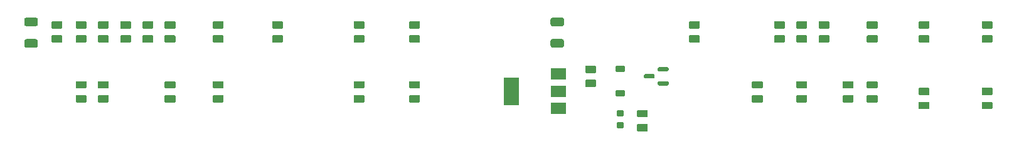
<source format=gtp>
G75*
G70*
%OFA0B0*%
%FSLAX25Y25*%
%IPPOS*%
%LPD*%
%AMOC8*
5,1,8,0,0,1.08239X$1,22.5*
%
%ADD18R,0.07874X0.05906*%
%ADD19R,0.07874X0.14961*%
X0000000Y0000000D02*
%LPD*%
G01*
G36*
G01*
X0121555Y0494292D02*
X0116633Y0494292D01*
G75*
G02*
X0116240Y0494686I0000000J0000394D01*
G01*
X0116240Y0497835D01*
G75*
G02*
X0116633Y0498229I0000394J0000000D01*
G01*
X0121555Y0498229D01*
G75*
G02*
X0121948Y0497835I0000000J-000394D01*
G01*
X0121948Y0494686D01*
G75*
G02*
X0121555Y0494292I-000394J0000000D01*
G01*
G37*
G36*
G01*
X0121555Y0501772D02*
X0116633Y0501772D01*
G75*
G02*
X0116240Y0502166I0000000J0000394D01*
G01*
X0116240Y0505316D01*
G75*
G02*
X0116633Y0505709I0000394J0000000D01*
G01*
X0121555Y0505709D01*
G75*
G02*
X0121948Y0505316I0000000J-000394D01*
G01*
X0121948Y0502166D01*
G75*
G02*
X0121555Y0501772I-000394J0000000D01*
G01*
G37*
G36*
G01*
X0097933Y0494292D02*
X0093011Y0494292D01*
G75*
G02*
X0092618Y0494686I0000000J0000394D01*
G01*
X0092618Y0497835D01*
G75*
G02*
X0093011Y0498229I0000394J0000000D01*
G01*
X0097933Y0498229D01*
G75*
G02*
X0098326Y0497835I0000000J-000394D01*
G01*
X0098326Y0494686D01*
G75*
G02*
X0097933Y0494292I-000394J0000000D01*
G01*
G37*
G36*
G01*
X0097933Y0501772D02*
X0093011Y0501772D01*
G75*
G02*
X0092618Y0502166I0000000J0000394D01*
G01*
X0092618Y0505316D01*
G75*
G02*
X0093011Y0505709I0000394J0000000D01*
G01*
X0097933Y0505709D01*
G75*
G02*
X0098326Y0505316I0000000J-000394D01*
G01*
X0098326Y0502166D01*
G75*
G02*
X0097933Y0501772I-000394J0000000D01*
G01*
G37*
G36*
G01*
X0468996Y0494292D02*
X0464074Y0494292D01*
G75*
G02*
X0463681Y0494686I0000000J0000394D01*
G01*
X0463681Y0497835D01*
G75*
G02*
X0464074Y0498229I0000394J0000000D01*
G01*
X0468996Y0498229D01*
G75*
G02*
X0469389Y0497835I0000000J-000394D01*
G01*
X0469389Y0494686D01*
G75*
G02*
X0468996Y0494292I-000394J0000000D01*
G01*
G37*
G36*
G01*
X0468996Y0501772D02*
X0464074Y0501772D01*
G75*
G02*
X0463681Y0502166I0000000J0000394D01*
G01*
X0463681Y0505316D01*
G75*
G02*
X0464074Y0505709I0000394J0000000D01*
G01*
X0468996Y0505709D01*
G75*
G02*
X0469389Y0505316I0000000J-000394D01*
G01*
X0469389Y0502166D01*
G75*
G02*
X0468996Y0501772I-000394J0000000D01*
G01*
G37*
G36*
G01*
X0457185Y0494292D02*
X0452263Y0494292D01*
G75*
G02*
X0451870Y0494686I0000000J0000394D01*
G01*
X0451870Y0497835D01*
G75*
G02*
X0452263Y0498229I0000394J0000000D01*
G01*
X0457185Y0498229D01*
G75*
G02*
X0457578Y0497835I0000000J-000394D01*
G01*
X0457578Y0494686D01*
G75*
G02*
X0457185Y0494292I-000394J0000000D01*
G01*
G37*
G36*
G01*
X0457185Y0501772D02*
X0452263Y0501772D01*
G75*
G02*
X0451870Y0502166I0000000J0000394D01*
G01*
X0451870Y0505316D01*
G75*
G02*
X0452263Y0505709I0000394J0000000D01*
G01*
X0457185Y0505709D01*
G75*
G02*
X0457578Y0505316I0000000J-000394D01*
G01*
X0457578Y0502166D01*
G75*
G02*
X0457185Y0501772I-000394J0000000D01*
G01*
G37*
G36*
G01*
X0190452Y0494292D02*
X0185531Y0494292D01*
G75*
G02*
X0185137Y0494686I0000000J0000394D01*
G01*
X0185137Y0497835D01*
G75*
G02*
X0185531Y0498229I0000394J0000000D01*
G01*
X0190452Y0498229D01*
G75*
G02*
X0190846Y0497835I0000000J-000394D01*
G01*
X0190846Y0494686D01*
G75*
G02*
X0190452Y0494292I-000394J0000000D01*
G01*
G37*
G36*
G01*
X0190452Y0501772D02*
X0185531Y0501772D01*
G75*
G02*
X0185137Y0502166I0000000J0000394D01*
G01*
X0185137Y0505316D01*
G75*
G02*
X0185531Y0505709I0000394J0000000D01*
G01*
X0190452Y0505709D01*
G75*
G02*
X0190846Y0505316I0000000J-000394D01*
G01*
X0190846Y0502166D01*
G75*
G02*
X0190452Y0501772I-000394J0000000D01*
G01*
G37*
G36*
G01*
X0493602Y0462422D02*
X0488681Y0462422D01*
G75*
G02*
X0488287Y0462815I0000000J0000394D01*
G01*
X0488287Y0465965D01*
G75*
G02*
X0488681Y0466359I0000394J0000000D01*
G01*
X0493602Y0466359D01*
G75*
G02*
X0493996Y0465965I0000000J-000394D01*
G01*
X0493996Y0462815D01*
G75*
G02*
X0493602Y0462422I-000394J0000000D01*
G01*
G37*
G36*
G01*
X0493602Y0469902D02*
X0488681Y0469902D01*
G75*
G02*
X0488287Y0470296I0000000J0000394D01*
G01*
X0488287Y0473445D01*
G75*
G02*
X0488681Y0473839I0000394J0000000D01*
G01*
X0493602Y0473839D01*
G75*
G02*
X0493996Y0473445I0000000J-000394D01*
G01*
X0493996Y0470296D01*
G75*
G02*
X0493602Y0469902I-000394J0000000D01*
G01*
G37*
G36*
G01*
X0158956Y0462422D02*
X0154035Y0462422D01*
G75*
G02*
X0153641Y0462815I0000000J0000394D01*
G01*
X0153641Y0465965D01*
G75*
G02*
X0154035Y0466359I0000394J0000000D01*
G01*
X0158956Y0466359D01*
G75*
G02*
X0159350Y0465965I0000000J-000394D01*
G01*
X0159350Y0462815D01*
G75*
G02*
X0158956Y0462422I-000394J0000000D01*
G01*
G37*
G36*
G01*
X0158956Y0469902D02*
X0154035Y0469902D01*
G75*
G02*
X0153641Y0470296I0000000J0000394D01*
G01*
X0153641Y0473445D01*
G75*
G02*
X0154035Y0473839I0000394J0000000D01*
G01*
X0158956Y0473839D01*
G75*
G02*
X0159350Y0473445I0000000J-000394D01*
G01*
X0159350Y0470296D01*
G75*
G02*
X0158956Y0469902I-000394J0000000D01*
G01*
G37*
G36*
G01*
X0533956Y0458859D02*
X0529035Y0458859D01*
G75*
G02*
X0528641Y0459252I0000000J0000394D01*
G01*
X0528641Y0462402D01*
G75*
G02*
X0529035Y0462796I0000394J0000000D01*
G01*
X0533956Y0462796D01*
G75*
G02*
X0534350Y0462402I0000000J-000394D01*
G01*
X0534350Y0459252D01*
G75*
G02*
X0533956Y0458859I-000394J0000000D01*
G01*
G37*
G36*
G01*
X0533956Y0466339D02*
X0529035Y0466339D01*
G75*
G02*
X0528641Y0466733I0000000J0000394D01*
G01*
X0528641Y0469882D01*
G75*
G02*
X0529035Y0470276I0000394J0000000D01*
G01*
X0533956Y0470276D01*
G75*
G02*
X0534350Y0469882I0000000J-000394D01*
G01*
X0534350Y0466733D01*
G75*
G02*
X0533956Y0466339I-000394J0000000D01*
G01*
G37*
G36*
G01*
X0086122Y0462422D02*
X0081200Y0462422D01*
G75*
G02*
X0080807Y0462815I0000000J0000394D01*
G01*
X0080807Y0465965D01*
G75*
G02*
X0081200Y0466359I0000394J0000000D01*
G01*
X0086122Y0466359D01*
G75*
G02*
X0086515Y0465965I0000000J-000394D01*
G01*
X0086515Y0462815D01*
G75*
G02*
X0086122Y0462422I-000394J0000000D01*
G01*
G37*
G36*
G01*
X0086122Y0469902D02*
X0081200Y0469902D01*
G75*
G02*
X0080807Y0470296I0000000J0000394D01*
G01*
X0080807Y0473445D01*
G75*
G02*
X0081200Y0473839I0000394J0000000D01*
G01*
X0086122Y0473839D01*
G75*
G02*
X0086515Y0473445I0000000J-000394D01*
G01*
X0086515Y0470296D01*
G75*
G02*
X0086122Y0469902I-000394J0000000D01*
G01*
G37*
G36*
G01*
X0133366Y0494292D02*
X0128444Y0494292D01*
G75*
G02*
X0128051Y0494686I0000000J0000394D01*
G01*
X0128051Y0497835D01*
G75*
G02*
X0128444Y0498229I0000394J0000000D01*
G01*
X0133366Y0498229D01*
G75*
G02*
X0133759Y0497835I0000000J-000394D01*
G01*
X0133759Y0494686D01*
G75*
G02*
X0133366Y0494292I-000394J0000000D01*
G01*
G37*
G36*
G01*
X0133366Y0501772D02*
X0128444Y0501772D01*
G75*
G02*
X0128051Y0502166I0000000J0000394D01*
G01*
X0128051Y0505316D01*
G75*
G02*
X0128444Y0505709I0000394J0000000D01*
G01*
X0133366Y0505709D01*
G75*
G02*
X0133759Y0505316I0000000J-000394D01*
G01*
X0133759Y0502166D01*
G75*
G02*
X0133366Y0501772I-000394J0000000D01*
G01*
G37*
G36*
G01*
X0158956Y0494292D02*
X0154035Y0494292D01*
G75*
G02*
X0153641Y0494686I0000000J0000394D01*
G01*
X0153641Y0497835D01*
G75*
G02*
X0154035Y0498229I0000394J0000000D01*
G01*
X0158956Y0498229D01*
G75*
G02*
X0159350Y0497835I0000000J-000394D01*
G01*
X0159350Y0494686D01*
G75*
G02*
X0158956Y0494292I-000394J0000000D01*
G01*
G37*
G36*
G01*
X0158956Y0501772D02*
X0154035Y0501772D01*
G75*
G02*
X0153641Y0502166I0000000J0000394D01*
G01*
X0153641Y0505316D01*
G75*
G02*
X0154035Y0505709I0000394J0000000D01*
G01*
X0158956Y0505709D01*
G75*
G02*
X0159350Y0505316I0000000J-000394D01*
G01*
X0159350Y0502166D01*
G75*
G02*
X0158956Y0501772I-000394J0000000D01*
G01*
G37*
G36*
G01*
X0368070Y0482087D02*
X0372086Y0482087D01*
G75*
G02*
X0372440Y0481733I0000000J-000354D01*
G01*
X0372440Y0478898D01*
G75*
G02*
X0372086Y0478544I-000354J0000000D01*
G01*
X0368070Y0478544D01*
G75*
G02*
X0367716Y0478898I0000000J0000354D01*
G01*
X0367716Y0481733D01*
G75*
G02*
X0368070Y0482087I0000354J0000000D01*
G01*
G37*
G36*
G01*
X0368070Y0469095D02*
X0372086Y0469095D01*
G75*
G02*
X0372440Y0468741I0000000J-000354D01*
G01*
X0372440Y0465906D01*
G75*
G02*
X0372086Y0465552I-000354J0000000D01*
G01*
X0368070Y0465552D01*
G75*
G02*
X0367716Y0465906I0000000J0000354D01*
G01*
X0367716Y0468741D01*
G75*
G02*
X0368070Y0469095I0000354J0000000D01*
G01*
G37*
G36*
G01*
X0480807Y0494292D02*
X0475885Y0494292D01*
G75*
G02*
X0475492Y0494686I0000000J0000394D01*
G01*
X0475492Y0497835D01*
G75*
G02*
X0475885Y0498229I0000394J0000000D01*
G01*
X0480807Y0498229D01*
G75*
G02*
X0481200Y0497835I0000000J-000394D01*
G01*
X0481200Y0494686D01*
G75*
G02*
X0480807Y0494292I-000394J0000000D01*
G01*
G37*
G36*
G01*
X0480807Y0501772D02*
X0475885Y0501772D01*
G75*
G02*
X0475492Y0502166I0000000J0000394D01*
G01*
X0475492Y0505316D01*
G75*
G02*
X0475885Y0505709I0000394J0000000D01*
G01*
X0480807Y0505709D01*
G75*
G02*
X0481200Y0505316I0000000J-000394D01*
G01*
X0481200Y0502166D01*
G75*
G02*
X0480807Y0501772I-000394J0000000D01*
G01*
G37*
G36*
G01*
X0468996Y0462422D02*
X0464074Y0462422D01*
G75*
G02*
X0463681Y0462815I0000000J0000394D01*
G01*
X0463681Y0465965D01*
G75*
G02*
X0464074Y0466359I0000394J0000000D01*
G01*
X0468996Y0466359D01*
G75*
G02*
X0469389Y0465965I0000000J-000394D01*
G01*
X0469389Y0462815D01*
G75*
G02*
X0468996Y0462422I-000394J0000000D01*
G01*
G37*
G36*
G01*
X0468996Y0469902D02*
X0464074Y0469902D01*
G75*
G02*
X0463681Y0470296I0000000J0000394D01*
G01*
X0463681Y0473445D01*
G75*
G02*
X0464074Y0473839I0000394J0000000D01*
G01*
X0468996Y0473839D01*
G75*
G02*
X0469389Y0473445I0000000J-000394D01*
G01*
X0469389Y0470296D01*
G75*
G02*
X0468996Y0469902I-000394J0000000D01*
G01*
G37*
G36*
G01*
X0567421Y0458859D02*
X0562500Y0458859D01*
G75*
G02*
X0562106Y0459252I0000000J0000394D01*
G01*
X0562106Y0462402D01*
G75*
G02*
X0562500Y0462796I0000394J0000000D01*
G01*
X0567421Y0462796D01*
G75*
G02*
X0567814Y0462402I0000000J-000394D01*
G01*
X0567814Y0459252D01*
G75*
G02*
X0567421Y0458859I-000394J0000000D01*
G01*
G37*
G36*
G01*
X0567421Y0466339D02*
X0562500Y0466339D01*
G75*
G02*
X0562106Y0466733I0000000J0000394D01*
G01*
X0562106Y0469882D01*
G75*
G02*
X0562500Y0470276I0000394J0000000D01*
G01*
X0567421Y0470276D01*
G75*
G02*
X0567814Y0469882I0000000J-000394D01*
G01*
X0567814Y0466733D01*
G75*
G02*
X0567421Y0466339I-000394J0000000D01*
G01*
G37*
G36*
G01*
X0445374Y0462422D02*
X0440452Y0462422D01*
G75*
G02*
X0440059Y0462815I0000000J0000394D01*
G01*
X0440059Y0465965D01*
G75*
G02*
X0440452Y0466359I0000394J0000000D01*
G01*
X0445374Y0466359D01*
G75*
G02*
X0445767Y0465965I0000000J-000394D01*
G01*
X0445767Y0462815D01*
G75*
G02*
X0445374Y0462422I-000394J0000000D01*
G01*
G37*
G36*
G01*
X0445374Y0469902D02*
X0440452Y0469902D01*
G75*
G02*
X0440059Y0470296I0000000J0000394D01*
G01*
X0440059Y0473445D01*
G75*
G02*
X0440452Y0473839I0000394J0000000D01*
G01*
X0445374Y0473839D01*
G75*
G02*
X0445767Y0473445I0000000J-000394D01*
G01*
X0445767Y0470296D01*
G75*
G02*
X0445374Y0469902I-000394J0000000D01*
G01*
G37*
G36*
G01*
X0395767Y0473229D02*
X0395767Y0472048D01*
G75*
G02*
X0395177Y0471457I-000591J0000000D01*
G01*
X0390551Y0471457D01*
G75*
G02*
X0389960Y0472048I0000000J0000591D01*
G01*
X0389960Y0473229D01*
G75*
G02*
X0390551Y0473819I0000591J0000000D01*
G01*
X0395177Y0473819D01*
G75*
G02*
X0395767Y0473229I0000000J-000591D01*
G01*
G37*
G36*
G01*
X0388385Y0476969D02*
X0388385Y0475788D01*
G75*
G02*
X0387795Y0475197I-000591J0000000D01*
G01*
X0383169Y0475197D01*
G75*
G02*
X0382578Y0475788I0000000J0000591D01*
G01*
X0382578Y0476969D01*
G75*
G02*
X0383169Y0477560I0000591J0000000D01*
G01*
X0387795Y0477560D01*
G75*
G02*
X0388385Y0476969I0000000J-000591D01*
G01*
G37*
G36*
G01*
X0395767Y0480709D02*
X0395767Y0479528D01*
G75*
G02*
X0395177Y0478938I-000591J0000000D01*
G01*
X0390551Y0478938D01*
G75*
G02*
X0389960Y0479528I0000000J0000591D01*
G01*
X0389960Y0480709D01*
G75*
G02*
X0390551Y0481300I0000591J0000000D01*
G01*
X0395177Y0481300D01*
G75*
G02*
X0395767Y0480709I0000000J-000591D01*
G01*
G37*
G36*
G01*
X0351870Y0482087D02*
X0356791Y0482087D01*
G75*
G02*
X0357185Y0481693I0000000J-000394D01*
G01*
X0357185Y0478544D01*
G75*
G02*
X0356791Y0478150I-000394J0000000D01*
G01*
X0351870Y0478150D01*
G75*
G02*
X0351476Y0478544I0000000J0000394D01*
G01*
X0351476Y0481693D01*
G75*
G02*
X0351870Y0482087I0000394J0000000D01*
G01*
G37*
G36*
G01*
X0351870Y0474607D02*
X0356791Y0474607D01*
G75*
G02*
X0357185Y0474213I0000000J-000394D01*
G01*
X0357185Y0471063D01*
G75*
G02*
X0356791Y0470670I-000394J0000000D01*
G01*
X0351870Y0470670D01*
G75*
G02*
X0351476Y0471063I0000000J0000394D01*
G01*
X0351476Y0474213D01*
G75*
G02*
X0351870Y0474607I0000394J0000000D01*
G01*
G37*
G36*
G01*
X0109744Y0494292D02*
X0104822Y0494292D01*
G75*
G02*
X0104429Y0494686I0000000J0000394D01*
G01*
X0104429Y0497835D01*
G75*
G02*
X0104822Y0498229I0000394J0000000D01*
G01*
X0109744Y0498229D01*
G75*
G02*
X0110137Y0497835I0000000J-000394D01*
G01*
X0110137Y0494686D01*
G75*
G02*
X0109744Y0494292I-000394J0000000D01*
G01*
G37*
G36*
G01*
X0109744Y0501772D02*
X0104822Y0501772D01*
G75*
G02*
X0104429Y0502166I0000000J0000394D01*
G01*
X0104429Y0505316D01*
G75*
G02*
X0104822Y0505709I0000394J0000000D01*
G01*
X0109744Y0505709D01*
G75*
G02*
X0110137Y0505316I0000000J-000394D01*
G01*
X0110137Y0502166D01*
G75*
G02*
X0109744Y0501772I-000394J0000000D01*
G01*
G37*
G36*
G01*
X0506397Y0462422D02*
X0501476Y0462422D01*
G75*
G02*
X0501082Y0462815I0000000J0000394D01*
G01*
X0501082Y0465965D01*
G75*
G02*
X0501476Y0466359I0000394J0000000D01*
G01*
X0506397Y0466359D01*
G75*
G02*
X0506791Y0465965I0000000J-000394D01*
G01*
X0506791Y0462815D01*
G75*
G02*
X0506397Y0462422I-000394J0000000D01*
G01*
G37*
G36*
G01*
X0506397Y0469902D02*
X0501476Y0469902D01*
G75*
G02*
X0501082Y0470296I0000000J0000394D01*
G01*
X0501082Y0473445D01*
G75*
G02*
X0501476Y0473839I0000394J0000000D01*
G01*
X0506397Y0473839D01*
G75*
G02*
X0506791Y0473445I0000000J-000394D01*
G01*
X0506791Y0470296D01*
G75*
G02*
X0506397Y0469902I-000394J0000000D01*
G01*
G37*
G36*
G01*
X0371417Y0448800D02*
X0368740Y0448800D01*
G75*
G02*
X0368405Y0449134I0000000J0000335D01*
G01*
X0368405Y0451812D01*
G75*
G02*
X0368740Y0452146I0000335J0000000D01*
G01*
X0371417Y0452146D01*
G75*
G02*
X0371751Y0451812I0000000J-000335D01*
G01*
X0371751Y0449134D01*
G75*
G02*
X0371417Y0448800I-000335J0000000D01*
G01*
G37*
G36*
G01*
X0371417Y0455020D02*
X0368740Y0455020D01*
G75*
G02*
X0368405Y0455355I0000000J0000335D01*
G01*
X0368405Y0458032D01*
G75*
G02*
X0368740Y0458367I0000335J0000000D01*
G01*
X0371417Y0458367D01*
G75*
G02*
X0371751Y0458032I0000000J-000335D01*
G01*
X0371751Y0455355D01*
G75*
G02*
X0371417Y0455020I-000335J0000000D01*
G01*
G37*
G36*
G01*
X0086122Y0494292D02*
X0081200Y0494292D01*
G75*
G02*
X0080807Y0494686I0000000J0000394D01*
G01*
X0080807Y0497835D01*
G75*
G02*
X0081200Y0498229I0000394J0000000D01*
G01*
X0086122Y0498229D01*
G75*
G02*
X0086515Y0497835I0000000J-000394D01*
G01*
X0086515Y0494686D01*
G75*
G02*
X0086122Y0494292I-000394J0000000D01*
G01*
G37*
G36*
G01*
X0086122Y0501772D02*
X0081200Y0501772D01*
G75*
G02*
X0080807Y0502166I0000000J0000394D01*
G01*
X0080807Y0505316D01*
G75*
G02*
X0081200Y0505709I0000394J0000000D01*
G01*
X0086122Y0505709D01*
G75*
G02*
X0086515Y0505316I0000000J-000394D01*
G01*
X0086515Y0502166D01*
G75*
G02*
X0086122Y0501772I-000394J0000000D01*
G01*
G37*
G36*
G01*
X0233759Y0462422D02*
X0228838Y0462422D01*
G75*
G02*
X0228444Y0462815I0000000J0000394D01*
G01*
X0228444Y0465965D01*
G75*
G02*
X0228838Y0466359I0000394J0000000D01*
G01*
X0233759Y0466359D01*
G75*
G02*
X0234153Y0465965I0000000J-000394D01*
G01*
X0234153Y0462815D01*
G75*
G02*
X0233759Y0462422I-000394J0000000D01*
G01*
G37*
G36*
G01*
X0233759Y0469902D02*
X0228838Y0469902D01*
G75*
G02*
X0228444Y0470296I0000000J0000394D01*
G01*
X0228444Y0473445D01*
G75*
G02*
X0228838Y0473839I0000394J0000000D01*
G01*
X0233759Y0473839D01*
G75*
G02*
X0234153Y0473445I0000000J-000394D01*
G01*
X0234153Y0470296D01*
G75*
G02*
X0233759Y0469902I-000394J0000000D01*
G01*
G37*
G36*
G01*
X0053543Y0503977D02*
X0053543Y0506693D01*
G75*
G02*
X0054448Y0507599I0000906J0000000D01*
G01*
X0059724Y0507599D01*
G75*
G02*
X0060629Y0506693I0000000J-000906D01*
G01*
X0060629Y0503977D01*
G75*
G02*
X0059724Y0503071I-000906J0000000D01*
G01*
X0054448Y0503071D01*
G75*
G02*
X0053543Y0503977I0000000J0000906D01*
G01*
G37*
G36*
G01*
X0053543Y0492560D02*
X0053543Y0495276D01*
G75*
G02*
X0054448Y0496182I0000906J0000000D01*
G01*
X0059724Y0496182D01*
G75*
G02*
X0060629Y0495276I0000000J-000906D01*
G01*
X0060629Y0492560D01*
G75*
G02*
X0059724Y0491654I-000906J0000000D01*
G01*
X0054448Y0491654D01*
G75*
G02*
X0053543Y0492560I0000000J0000906D01*
G01*
G37*
G36*
G01*
X0097933Y0462422D02*
X0093011Y0462422D01*
G75*
G02*
X0092618Y0462815I0000000J0000394D01*
G01*
X0092618Y0465965D01*
G75*
G02*
X0093011Y0466359I0000394J0000000D01*
G01*
X0097933Y0466359D01*
G75*
G02*
X0098326Y0465965I0000000J-000394D01*
G01*
X0098326Y0462815D01*
G75*
G02*
X0097933Y0462422I-000394J0000000D01*
G01*
G37*
G36*
G01*
X0097933Y0469902D02*
X0093011Y0469902D01*
G75*
G02*
X0092618Y0470296I0000000J0000394D01*
G01*
X0092618Y0473445D01*
G75*
G02*
X0093011Y0473839I0000394J0000000D01*
G01*
X0097933Y0473839D01*
G75*
G02*
X0098326Y0473445I0000000J-000394D01*
G01*
X0098326Y0470296D01*
G75*
G02*
X0097933Y0469902I-000394J0000000D01*
G01*
G37*
G36*
G01*
X0233759Y0494292D02*
X0228838Y0494292D01*
G75*
G02*
X0228444Y0494686I0000000J0000394D01*
G01*
X0228444Y0497835D01*
G75*
G02*
X0228838Y0498229I0000394J0000000D01*
G01*
X0233759Y0498229D01*
G75*
G02*
X0234153Y0497835I0000000J-000394D01*
G01*
X0234153Y0494686D01*
G75*
G02*
X0233759Y0494292I-000394J0000000D01*
G01*
G37*
G36*
G01*
X0233759Y0501772D02*
X0228838Y0501772D01*
G75*
G02*
X0228444Y0502166I0000000J0000394D01*
G01*
X0228444Y0505316D01*
G75*
G02*
X0228838Y0505709I0000394J0000000D01*
G01*
X0233759Y0505709D01*
G75*
G02*
X0234153Y0505316I0000000J-000394D01*
G01*
X0234153Y0502166D01*
G75*
G02*
X0233759Y0501772I-000394J0000000D01*
G01*
G37*
G36*
G01*
X0133366Y0462422D02*
X0128444Y0462422D01*
G75*
G02*
X0128051Y0462815I0000000J0000394D01*
G01*
X0128051Y0465965D01*
G75*
G02*
X0128444Y0466359I0000394J0000000D01*
G01*
X0133366Y0466359D01*
G75*
G02*
X0133759Y0465965I0000000J-000394D01*
G01*
X0133759Y0462815D01*
G75*
G02*
X0133366Y0462422I-000394J0000000D01*
G01*
G37*
G36*
G01*
X0133366Y0469902D02*
X0128444Y0469902D01*
G75*
G02*
X0128051Y0470296I0000000J0000394D01*
G01*
X0128051Y0473445D01*
G75*
G02*
X0128444Y0473839I0000394J0000000D01*
G01*
X0133366Y0473839D01*
G75*
G02*
X0133759Y0473445I0000000J-000394D01*
G01*
X0133759Y0470296D01*
G75*
G02*
X0133366Y0469902I-000394J0000000D01*
G01*
G37*
G36*
G01*
X0533956Y0494292D02*
X0529035Y0494292D01*
G75*
G02*
X0528641Y0494686I0000000J0000394D01*
G01*
X0528641Y0497835D01*
G75*
G02*
X0529035Y0498229I0000394J0000000D01*
G01*
X0533956Y0498229D01*
G75*
G02*
X0534350Y0497835I0000000J-000394D01*
G01*
X0534350Y0494686D01*
G75*
G02*
X0533956Y0494292I-000394J0000000D01*
G01*
G37*
G36*
G01*
X0533956Y0501772D02*
X0529035Y0501772D01*
G75*
G02*
X0528641Y0502166I0000000J0000394D01*
G01*
X0528641Y0505316D01*
G75*
G02*
X0529035Y0505709I0000394J0000000D01*
G01*
X0533956Y0505709D01*
G75*
G02*
X0534350Y0505316I0000000J-000394D01*
G01*
X0534350Y0502166D01*
G75*
G02*
X0533956Y0501772I-000394J0000000D01*
G01*
G37*
G36*
G01*
X0073326Y0494292D02*
X0068405Y0494292D01*
G75*
G02*
X0068011Y0494686I0000000J0000394D01*
G01*
X0068011Y0497835D01*
G75*
G02*
X0068405Y0498229I0000394J0000000D01*
G01*
X0073326Y0498229D01*
G75*
G02*
X0073720Y0497835I0000000J-000394D01*
G01*
X0073720Y0494686D01*
G75*
G02*
X0073326Y0494292I-000394J0000000D01*
G01*
G37*
G36*
G01*
X0073326Y0501772D02*
X0068405Y0501772D01*
G75*
G02*
X0068011Y0502166I0000000J0000394D01*
G01*
X0068011Y0505316D01*
G75*
G02*
X0068405Y0505709I0000394J0000000D01*
G01*
X0073326Y0505709D01*
G75*
G02*
X0073720Y0505316I0000000J-000394D01*
G01*
X0073720Y0502166D01*
G75*
G02*
X0073326Y0501772I-000394J0000000D01*
G01*
G37*
D18*
X0337204Y0459449D03*
X0337204Y0468504D03*
X0337204Y0477560D03*
D19*
X0312401Y0468504D03*
G36*
G01*
X0263287Y0462422D02*
X0258366Y0462422D01*
G75*
G02*
X0257972Y0462815I0000000J0000394D01*
G01*
X0257972Y0465965D01*
G75*
G02*
X0258366Y0466359I0000394J0000000D01*
G01*
X0263287Y0466359D01*
G75*
G02*
X0263681Y0465965I0000000J-000394D01*
G01*
X0263681Y0462815D01*
G75*
G02*
X0263287Y0462422I-000394J0000000D01*
G01*
G37*
G36*
G01*
X0263287Y0469902D02*
X0258366Y0469902D01*
G75*
G02*
X0257972Y0470296I0000000J0000394D01*
G01*
X0257972Y0473445D01*
G75*
G02*
X0258366Y0473839I0000394J0000000D01*
G01*
X0263287Y0473839D01*
G75*
G02*
X0263681Y0473445I0000000J-000394D01*
G01*
X0263681Y0470296D01*
G75*
G02*
X0263287Y0469902I-000394J0000000D01*
G01*
G37*
G36*
G01*
X0506397Y0494292D02*
X0501476Y0494292D01*
G75*
G02*
X0501082Y0494686I0000000J0000394D01*
G01*
X0501082Y0497835D01*
G75*
G02*
X0501476Y0498229I0000394J0000000D01*
G01*
X0506397Y0498229D01*
G75*
G02*
X0506791Y0497835I0000000J-000394D01*
G01*
X0506791Y0494686D01*
G75*
G02*
X0506397Y0494292I-000394J0000000D01*
G01*
G37*
G36*
G01*
X0506397Y0501772D02*
X0501476Y0501772D01*
G75*
G02*
X0501082Y0502166I0000000J0000394D01*
G01*
X0501082Y0505316D01*
G75*
G02*
X0501476Y0505709I0000394J0000000D01*
G01*
X0506397Y0505709D01*
G75*
G02*
X0506791Y0505316I0000000J-000394D01*
G01*
X0506791Y0502166D01*
G75*
G02*
X0506397Y0501772I-000394J0000000D01*
G01*
G37*
G36*
G01*
X0411909Y0494292D02*
X0406988Y0494292D01*
G75*
G02*
X0406594Y0494686I0000000J0000394D01*
G01*
X0406594Y0497835D01*
G75*
G02*
X0406988Y0498229I0000394J0000000D01*
G01*
X0411909Y0498229D01*
G75*
G02*
X0412303Y0497835I0000000J-000394D01*
G01*
X0412303Y0494686D01*
G75*
G02*
X0411909Y0494292I-000394J0000000D01*
G01*
G37*
G36*
G01*
X0411909Y0501772D02*
X0406988Y0501772D01*
G75*
G02*
X0406594Y0502166I0000000J0000394D01*
G01*
X0406594Y0505316D01*
G75*
G02*
X0406988Y0505709I0000394J0000000D01*
G01*
X0411909Y0505709D01*
G75*
G02*
X0412303Y0505316I0000000J-000394D01*
G01*
X0412303Y0502166D01*
G75*
G02*
X0411909Y0501772I-000394J0000000D01*
G01*
G37*
G36*
G01*
X0379429Y0458465D02*
X0384350Y0458465D01*
G75*
G02*
X0384744Y0458071I0000000J-000394D01*
G01*
X0384744Y0454922D01*
G75*
G02*
X0384350Y0454528I-000394J0000000D01*
G01*
X0379429Y0454528D01*
G75*
G02*
X0379035Y0454922I0000000J0000394D01*
G01*
X0379035Y0458071D01*
G75*
G02*
X0379429Y0458465I0000394J0000000D01*
G01*
G37*
G36*
G01*
X0379429Y0450985D02*
X0384350Y0450985D01*
G75*
G02*
X0384744Y0450591I0000000J-000394D01*
G01*
X0384744Y0447441D01*
G75*
G02*
X0384350Y0447048I-000394J0000000D01*
G01*
X0379429Y0447048D01*
G75*
G02*
X0379035Y0447441I0000000J0000394D01*
G01*
X0379035Y0450591D01*
G75*
G02*
X0379429Y0450985I0000394J0000000D01*
G01*
G37*
G36*
G01*
X0567421Y0494292D02*
X0562500Y0494292D01*
G75*
G02*
X0562106Y0494686I0000000J0000394D01*
G01*
X0562106Y0497835D01*
G75*
G02*
X0562500Y0498229I0000394J0000000D01*
G01*
X0567421Y0498229D01*
G75*
G02*
X0567814Y0497835I0000000J-000394D01*
G01*
X0567814Y0494686D01*
G75*
G02*
X0567421Y0494292I-000394J0000000D01*
G01*
G37*
G36*
G01*
X0567421Y0501772D02*
X0562500Y0501772D01*
G75*
G02*
X0562106Y0502166I0000000J0000394D01*
G01*
X0562106Y0505316D01*
G75*
G02*
X0562500Y0505709I0000394J0000000D01*
G01*
X0567421Y0505709D01*
G75*
G02*
X0567814Y0505316I0000000J-000394D01*
G01*
X0567814Y0502166D01*
G75*
G02*
X0567421Y0501772I-000394J0000000D01*
G01*
G37*
G36*
G01*
X0263287Y0494292D02*
X0258366Y0494292D01*
G75*
G02*
X0257972Y0494686I0000000J0000394D01*
G01*
X0257972Y0497835D01*
G75*
G02*
X0258366Y0498229I0000394J0000000D01*
G01*
X0263287Y0498229D01*
G75*
G02*
X0263681Y0497835I0000000J-000394D01*
G01*
X0263681Y0494686D01*
G75*
G02*
X0263287Y0494292I-000394J0000000D01*
G01*
G37*
G36*
G01*
X0263287Y0501772D02*
X0258366Y0501772D01*
G75*
G02*
X0257972Y0502166I0000000J0000394D01*
G01*
X0257972Y0505316D01*
G75*
G02*
X0258366Y0505709I0000394J0000000D01*
G01*
X0263287Y0505709D01*
G75*
G02*
X0263681Y0505316I0000000J-000394D01*
G01*
X0263681Y0502166D01*
G75*
G02*
X0263287Y0501772I-000394J0000000D01*
G01*
G37*
G36*
G01*
X0333070Y0503977D02*
X0333070Y0506693D01*
G75*
G02*
X0333976Y0507599I0000906J0000000D01*
G01*
X0339251Y0507599D01*
G75*
G02*
X0340157Y0506693I0000000J-000906D01*
G01*
X0340157Y0503977D01*
G75*
G02*
X0339251Y0503071I-000906J0000000D01*
G01*
X0333976Y0503071D01*
G75*
G02*
X0333070Y0503977I0000000J0000906D01*
G01*
G37*
G36*
G01*
X0333070Y0492560D02*
X0333070Y0495276D01*
G75*
G02*
X0333976Y0496182I0000906J0000000D01*
G01*
X0339251Y0496182D01*
G75*
G02*
X0340157Y0495276I0000000J-000906D01*
G01*
X0340157Y0492560D01*
G75*
G02*
X0339251Y0491654I-000906J0000000D01*
G01*
X0333976Y0491654D01*
G75*
G02*
X0333070Y0492560I0000000J0000906D01*
G01*
G37*
X0108268Y0031939D02*
%LPD*%
G01*
M02*

</source>
